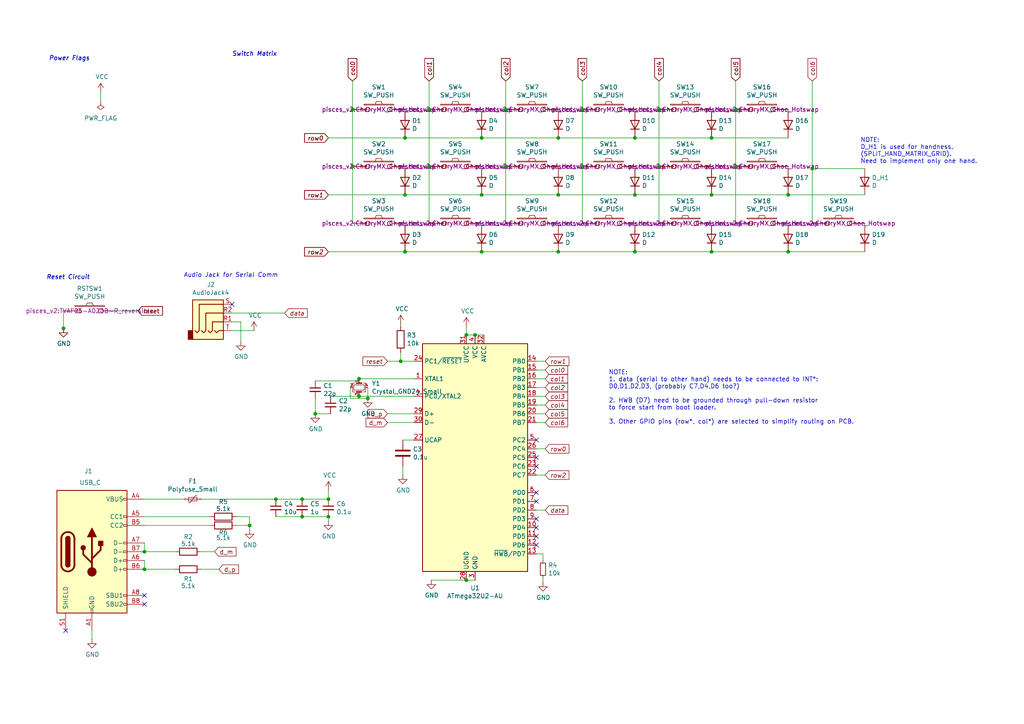
<source format=kicad_sch>
(kicad_sch (version 20231120) (generator "eeschema") (generator_version "8.0")
  (paper "A4")
  (title_block (title "Pisces") (rev "2.2"))
  (lib_symbols
    (symbol "Connector:USB_C_Receptacle_USB2.0_16P" (pin_names (offset 1.016))
      (property "Reference" "J" (at 0 22.225 0))
      (property "Value" "USB_C_Receptacle_USB2.0_16P" (at 0 19.685 0))
      (symbol "USB_C_Receptacle_USB2.0_16P_0_0"
        (rectangle (start -0.254 -17.78) (end 0.254 -16.764))
        (rectangle (start 10.16 -14.986) (end 9.144 -15.494))
        (rectangle (start 10.16 -12.446) (end 9.144 -12.954))
        (rectangle (start 10.16 -4.826) (end 9.144 -5.334))
        (rectangle (start 10.16 -2.286) (end 9.144 -2.794))
        (rectangle (start 10.16 0.254) (end 9.144 -0.254))
        (rectangle (start 10.16 2.794) (end 9.144 2.286))
        (rectangle (start 10.16 7.874) (end 9.144 7.366))
        (rectangle (start 10.16 10.414) (end 9.144 9.906))
        (rectangle (start 10.16 15.494) (end 9.144 14.986))
      )
      (symbol "USB_C_Receptacle_USB2.0_16P_0_1"
        (rectangle (start -10.16 17.78) (end 10.16 -17.78) (stroke (width 0.254)) (fill (type background)))
        (arc (start -8.89 -3.81) (mid -6.985 -5.7067) (end -5.08 -3.81) (stroke (width 0.508)))
        (arc (start -7.62 -3.81) (mid -6.985 -4.4423) (end -6.35 -3.81) (stroke (width 0.254)))
        (arc (start -7.62 -3.81) (mid -6.985 -4.4423) (end -6.35 -3.81) (stroke (width 0.254)) (fill (type outline)))
        (rectangle (start -7.62 -3.81) (end -6.35 3.81) (stroke (width 0.254)) (fill (type outline)))
        (arc (start -6.35 3.81) (mid -6.985 4.4423) (end -7.62 3.81) (stroke (width 0.254)))
        (arc (start -6.35 3.81) (mid -6.985 4.4423) (end -7.62 3.81) (stroke (width 0.254)) (fill (type outline)))
        (arc (start -5.08 3.81) (mid -6.985 5.7067) (end -8.89 3.81) (stroke (width 0.508)))
        (circle (center -2.54 1.143) (radius 0.635) (stroke (width 0.254)) (fill (type outline)))
        (circle (center 0 -5.842) (radius 1.27) (fill (type outline)))
        (polyline (pts (xy -8.89 -3.81) (xy -8.89 3.81)) (stroke (width 0.508)))
        (polyline (pts (xy -5.08 3.81) (xy -5.08 -3.81)) (stroke (width 0.508)))
        (polyline (pts (xy 0 -5.842) (xy 0 4.318)) (stroke (width 0.508)))
        (polyline (pts (xy 0 -3.302) (xy -2.54 -0.762) (xy -2.54 0.508)) (stroke (width 0.508)))
        (polyline (pts (xy 0 -2.032) (xy 2.54 0.508) (xy 2.54 1.778)) (stroke (width 0.508)))
        (polyline (pts (xy -1.27 4.318) (xy 0 6.858) (xy 1.27 4.318) (xy -1.27 4.318)) (stroke (width 0.254)) (fill (type outline)))
        (rectangle (start 1.905 1.778) (end 3.175 3.048) (stroke (width 0.254)) (fill (type outline)))
      )
      (symbol "USB_C_Receptacle_USB2.0_16P_1_1"
        (pin passive line (at 0 -22.86 90) (length 5.08) (name "GND") (number "A1"))
        (pin passive line (at 0 -22.86 90) (length 5.08) hide (name "GND") (number "A12"))
        (pin passive line (at 15.24 15.24 180) (length 5.08) (name "VBUS") (number "A4"))
        (pin bidirectional line (at 15.24 10.16 180) (length 5.08) (name "CC1") (number "A5"))
        (pin bidirectional line (at 15.24 -2.54 180) (length 5.08) (name "D+") (number "A6"))
        (pin bidirectional line (at 15.24 2.54 180) (length 5.08) (name "D-") (number "A7"))
        (pin bidirectional line (at 15.24 -12.7 180) (length 5.08) (name "SBU1") (number "A8"))
        (pin passive line (at 15.24 15.24 180) (length 5.08) hide (name "VBUS") (number "A9"))
        (pin passive line (at 0 -22.86 90) (length 5.08) hide (name "GND") (number "B1"))
        (pin passive line (at 0 -22.86 90) (length 5.08) hide (name "GND") (number "B12"))
        (pin passive line (at 15.24 15.24 180) (length 5.08) hide (name "VBUS") (number "B4"))
        (pin bidirectional line (at 15.24 7.62 180) (length 5.08) (name "CC2") (number "B5"))
        (pin bidirectional line (at 15.24 -5.08 180) (length 5.08) (name "D+") (number "B6"))
        (pin bidirectional line (at 15.24 0 180) (length 5.08) (name "D-") (number "B7"))
        (pin bidirectional line (at 15.24 -15.24 180) (length 5.08) (name "SBU2") (number "B8"))
        (pin passive line (at 15.24 15.24 180) (length 5.08) hide (name "VBUS") (number "B9"))
        (pin passive line (at -7.62 -22.86 90) (length 5.08) (name "SHIELD") (number "S1"))
      )
    )
    (symbol "Connector_Audio:AudioJack4"
      (property "Reference" "J" (at 0 8.89 0))
      (property "Value" "AudioJack4" (at 0 6.35 0))
      (symbol "AudioJack4_0_1"
        (rectangle (start -6.35 -5.08) (end -7.62 -7.62) (stroke (width 0.254)) (fill (type outline)))
        (polyline (pts (xy 0 -5.08) (xy 0.635 -5.715) (xy 1.27 -5.08) (xy 2.54 -5.08)) (stroke (width 0.254)))
        (polyline (pts (xy -5.715 -5.08) (xy -5.08 -5.715) (xy -4.445 -5.08) (xy -4.445 2.54) (xy 2.54 2.54)) (stroke (width 0.254)))
        (polyline (pts (xy -1.905 -5.08) (xy -1.27 -5.715) (xy -0.635 -5.08) (xy -0.635 -2.54) (xy 2.54 -2.54)) (stroke (width 0.254)))
        (polyline (pts (xy 2.54 0) (xy -2.54 0) (xy -2.54 -5.08) (xy -3.175 -5.715) (xy -3.81 -5.08)) (stroke (width 0.254)))
        (rectangle (start 2.54 3.81) (end -6.35 -7.62) (stroke (width 0.254)) (fill (type background)))
      )
      (symbol "AudioJack4_1_1"
        (pin passive line (at 5.08 -2.54 180) (length 2.54) (name "~") (number "R1"))
        (pin passive line (at 5.08 0 180) (length 2.54) (name "~") (number "R2"))
        (pin passive line (at 5.08 2.54 180) (length 2.54) (name "~") (number "S"))
        (pin passive line (at 5.08 -5.08 180) (length 2.54) (name "~") (number "T"))
      )
    )
    (symbol "Device:C" (pin_numbers hide) (pin_names (offset 0.254))
      (property "Reference" "C" (at 0.635 2.54 0))
      (property "Value" "C" (at 0.635 -2.54 0))
      (symbol "C_0_1"
        (polyline (pts (xy -2.032 -0.762) (xy 2.032 -0.762)) (stroke (width 0.508)))
        (polyline (pts (xy -2.032 0.762) (xy 2.032 0.762)) (stroke (width 0.508)))
      )
      (symbol "C_1_1"
        (pin passive line (at 0 3.81 270) (length 2.794) (name "~") (number "1"))
        (pin passive line (at 0 -3.81 90) (length 2.794) (name "~") (number "2"))
      )
    )
    (symbol "Device:C_Small" (pin_numbers hide) (pin_names (offset 0.254) hide)
      (property "Reference" "C" (at 0.254 1.778 0))
      (property "Value" "C_Small" (at 0.254 -2.032 0))
      (symbol "C_Small_0_1"
        (polyline (pts (xy -1.524 -0.508) (xy 1.524 -0.508)) (stroke (width 0.3302)))
        (polyline (pts (xy -1.524 0.508) (xy 1.524 0.508)) (stroke (width 0.3048)))
      )
      (symbol "C_Small_1_1"
        (pin passive line (at 0 2.54 270) (length 2.032) (name "~") (number "1"))
        (pin passive line (at 0 -2.54 90) (length 2.032) (name "~") (number "2"))
      )
    )
    (symbol "Device:Crystal_GND24_Small" (pin_names (offset 1.016) hide)
      (property "Reference" "Y" (at 1.27 4.445 0))
      (property "Value" "Crystal_GND24_Small" (at 1.27 2.54 0))
      (symbol "Crystal_GND24_Small_0_1"
        (rectangle (start -0.762 -1.524) (end 0.762 1.524))
        (polyline (pts (xy -1.27 -0.762) (xy -1.27 0.762)) (stroke (width 0.381)))
        (polyline (pts (xy 1.27 -0.762) (xy 1.27 0.762)) (stroke (width 0.381)))
        (polyline (pts (xy -1.27 -1.27) (xy -1.27 -1.905) (xy 1.27 -1.905) (xy 1.27 -1.27)))
        (polyline (pts (xy -1.27 1.27) (xy -1.27 1.905) (xy 1.27 1.905) (xy 1.27 1.27)))
      )
      (symbol "Crystal_GND24_Small_1_1"
        (pin passive line (at -2.54 0 0) (length 1.27) (name "1") (number "1"))
        (pin passive line (at 0 -2.54 90) (length 0.635) (name "2") (number "2"))
        (pin passive line (at 2.54 0 180) (length 1.27) (name "3") (number "3"))
        (pin passive line (at 0 2.54 270) (length 0.635) (name "4") (number "4"))
      )
    )
    (symbol "Device:D" (pin_numbers hide) (pin_names (offset 1.016) hide)
      (property "Reference" "D" (at 0 2.54 0))
      (property "Value" "D" (at 0 -2.54 0))
      (symbol "D_0_1"
        (polyline (pts (xy -1.27 1.27) (xy -1.27 -1.27)) (stroke (width 0.254)))
        (polyline (pts (xy 1.27 0) (xy -1.27 0)))
        (polyline (pts (xy 1.27 1.27) (xy 1.27 -1.27) (xy -1.27 0) (xy 1.27 1.27)) (stroke (width 0.254)))
      )
      (symbol "D_1_1"
        (pin passive line (at -3.81 0 0) (length 2.54) (name "K") (number "1"))
        (pin passive line (at 3.81 0 180) (length 2.54) (name "A") (number "2"))
      )
    )
    (symbol "Device:Polyfuse_Small" (pin_numbers hide) (pin_names (offset 0))
      (property "Reference" "F" (at -1.905 0 90))
      (property "Value" "Polyfuse_Small" (at 1.905 0 90))
      (symbol "Polyfuse_Small_0_1"
        (rectangle (start -0.508 1.27) (end 0.508 -1.27))
        (polyline (pts (xy 0 2.54) (xy 0 -2.54)))
        (polyline (pts (xy -1.016 1.27) (xy -1.016 0.762) (xy 1.016 -0.762) (xy 1.016 -1.27)))
      )
      (symbol "Polyfuse_Small_1_1"
        (pin passive line (at 0 2.54 270) (length 0.635) (name "~") (number "1"))
        (pin passive line (at 0 -2.54 90) (length 0.635) (name "~") (number "2"))
      )
    )
    (symbol "Device:R" (pin_numbers hide) (pin_names (offset 0))
      (property "Reference" "R" (at 2.032 0 90))
      (property "Value" "R" (at 0 0 90))
      (symbol "R_0_1"
        (rectangle (start -1.016 -2.54) (end 1.016 2.54) (stroke (width 0.254)))
      )
      (symbol "R_1_1"
        (pin passive line (at 0 3.81 270) (length 1.27) (name "~") (number "1"))
        (pin passive line (at 0 -3.81 90) (length 1.27) (name "~") (number "2"))
      )
    )
    (symbol "Device:R_Small" (pin_numbers hide) (pin_names (offset 0.254) hide)
      (property "Reference" "R" (at 0.762 0.508 0))
      (property "Value" "R_Small" (at 0.762 -1.016 0))
      (symbol "R_Small_0_1"
        (rectangle (start -0.762 1.778) (end 0.762 -1.778) (stroke (width 0.2032)))
      )
      (symbol "R_Small_1_1"
        (pin passive line (at 0 2.54 270) (length 0.762) (name "~") (number "1"))
        (pin passive line (at 0 -2.54 90) (length 0.762) (name "~") (number "2"))
      )
    )
    (symbol "MCU_Microchip_ATmega:ATmega32U2-A"
      (property "Reference" "U" (at -15.24 34.29 0))
      (property "Value" "ATmega32U2-A" (at 2.54 -34.29 0))
      (symbol "ATmega32U2-A_0_1"
        (rectangle (start -15.24 -33.02) (end 15.24 33.02) (stroke (width 0.254)) (fill (type background)))
      )
      (symbol "ATmega32U2-A_1_1"
        (pin input line (at -17.78 22.86 0) (length 2.54) (name "XTAL1") (number "1"))
        (pin bidirectional line (at 17.78 -20.32 180) (length 2.54) (name "PD4") (number "10"))
        (pin bidirectional line (at 17.78 -22.86 180) (length 2.54) (name "PD5") (number "11"))
        (pin bidirectional line (at 17.78 -25.4 180) (length 2.54) (name "PD6") (number "12"))
        (pin bidirectional line (at 17.78 -27.94 180) (length 2.54) (name "~{HWB}/PD7") (number "13"))
        (pin bidirectional line (at 17.78 27.94 180) (length 2.54) (name "PB0") (number "14"))
        (pin bidirectional line (at 17.78 25.4 180) (length 2.54) (name "PB1") (number "15"))
        (pin bidirectional line (at 17.78 22.86 180) (length 2.54) (name "PB2") (number "16"))
        (pin bidirectional line (at 17.78 20.32 180) (length 2.54) (name "PB3") (number "17"))
        (pin bidirectional line (at 17.78 17.78 180) (length 2.54) (name "PB4") (number "18"))
        (pin bidirectional line (at 17.78 15.24 180) (length 2.54) (name "PB5") (number "19"))
        (pin bidirectional line (at -17.78 17.78 0) (length 2.54) (name "PC0/XTAL2") (number "2"))
        (pin bidirectional line (at 17.78 12.7 180) (length 2.54) (name "PB6") (number "20"))
        (pin bidirectional line (at 17.78 10.16 180) (length 2.54) (name "PB7") (number "21"))
        (pin bidirectional line (at 17.78 -5.08 180) (length 2.54) (name "PC7") (number "22"))
        (pin bidirectional line (at 17.78 -2.54 180) (length 2.54) (name "PC6") (number "23"))
        (pin bidirectional line (at -17.78 27.94 0) (length 2.54) (name "PC1/~{RESET}") (number "24"))
        (pin bidirectional line (at 17.78 0 180) (length 2.54) (name "PC5") (number "25"))
        (pin bidirectional line (at 17.78 2.54 180) (length 2.54) (name "PC4") (number "26"))
        (pin passive line (at -17.78 5.08 0) (length 2.54) (name "UCAP") (number "27"))
        (pin power_in line (at -2.54 -35.56 90) (length 2.54) (name "UGND") (number "28"))
        (pin bidirectional line (at -17.78 12.7 0) (length 2.54) (name "D+") (number "29"))
        (pin power_in line (at 0 -35.56 90) (length 2.54) (name "GND") (number "3"))
        (pin bidirectional line (at -17.78 10.16 0) (length 2.54) (name "D-") (number "30"))
        (pin power_in line (at -2.54 35.56 270) (length 2.54) (name "UVCC") (number "31"))
        (pin power_in line (at 2.54 35.56 270) (length 2.54) (name "AVCC") (number "32"))
        (pin power_in line (at 0 35.56 270) (length 2.54) (name "VCC") (number "4"))
        (pin bidirectional line (at 17.78 5.08 180) (length 2.54) (name "PC2") (number "5"))
        (pin bidirectional line (at 17.78 -10.16 180) (length 2.54) (name "PD0") (number "6"))
        (pin bidirectional line (at 17.78 -12.7 180) (length 2.54) (name "PD1") (number "7"))
        (pin bidirectional line (at 17.78 -15.24 180) (length 2.54) (name "PD2") (number "8"))
        (pin bidirectional line (at 17.78 -17.78 180) (length 2.54) (name "PD3") (number "9"))
      )
    )
    (symbol "kbd:SW_PUSH" (pin_numbers hide) (pin_names (offset 1.016) hide)
      (property "Reference" "SW" (at 3.81 2.794 0))
      (property "Value" "SW_PUSH" (at 0 -2.032 0))
      (symbol "SW_PUSH_0_1"
        (rectangle (start -4.318 1.27) (end 4.318 1.524))
        (polyline (pts (xy -1.016 1.524) (xy -0.762 2.286) (xy 0.762 2.286) (xy 1.016 1.524)))
        (pin passive inverted (at -7.62 0 0) (length 5.08) (name "1") (number "1"))
        (pin passive inverted (at 7.62 0 180) (length 5.08) (name "2") (number "2"))
      )
    )
    (symbol "power:GND" (power) (pin_numbers hide) (pin_names (offset 0) hide)
      (property "Value" "GND" (at 0 -3.81 0))
      (symbol "GND_0_1"
        (polyline (pts (xy 0 0) (xy 0 -1.27) (xy 1.27 -1.27) (xy 0 -2.54) (xy -1.27 -1.27) (xy 0 -1.27)))
      )
      (symbol "GND_1_1"
        (pin power_in line (at 0 0 270) (length 0) (name "~") (number "1"))
      )
    )
    (symbol "power:PWR_FLAG" (power) (pin_numbers hide) (pin_names (offset 0) hide)
      (property "Value" "PWR_FLAG" (at 0 3.81 0))
      (symbol "PWR_FLAG_0_0"
        (pin power_out line (at 0 0 90) (length 0) (name "~") (number "1"))
      )
      (symbol "PWR_FLAG_0_1"
        (polyline (pts (xy 0 0) (xy 0 1.27) (xy -1.016 1.905) (xy 0 2.54) (xy 1.016 1.905) (xy 0 1.27)))
      )
    )
    (symbol "power:VCC" (power) (pin_numbers hide) (pin_names (offset 0) hide)
      (property "Value" "VCC" (at 0 3.556 0))
      (symbol "VCC_0_1"
        (polyline (pts (xy -0.762 1.27) (xy 0 2.54)))
        (polyline (pts (xy 0 0) (xy 0 2.54)))
        (polyline (pts (xy 0 2.54) (xy 0.762 1.27)))
      )
      (symbol "VCC_1_1"
        (pin power_in line (at 0 0 90) (length 0) (name "~") (number "1"))
      )
    )
  )
  (junction (at 135.255 168.275))
  (junction (at 102.235 31.75))
  (junction (at 104.14 109.855))
  (junction (at 213.36 48.26))
  (junction (at 72.39 152.4))
  (junction (at 139.7 56.515))
  (junction (at 161.925 56.515))
  (junction (at 117.475 56.515))
  (junction (at 102.235 48.26))
  (junction (at 18.415 95.25))
  (junction (at 106.68 115.57))
  (junction (at 135.255 97.155))
  (junction (at 80.01 144.78))
  (junction (at 191.135 31.75))
  (junction (at 191.135 48.26))
  (junction (at 91.44 120.015))
  (junction (at 228.6 56.515))
  (junction (at 124.46 48.26))
  (junction (at 184.15 56.515))
  (junction (at 206.375 40.005))
  (junction (at 184.15 73.025))
  (junction (at 168.91 31.75))
  (junction (at 161.925 40.005))
  (junction (at 139.7 40.005))
  (junction (at 95.25 144.78))
  (junction (at 235.585 48.895))
  (junction (at 146.685 31.75))
  (junction (at 117.475 40.005))
  (junction (at 87.63 144.78))
  (junction (at 117.475 73.025))
  (junction (at 95.25 149.86))
  (junction (at 213.36 31.75))
  (junction (at 104.14 114.935))
  (junction (at 206.375 56.515))
  (junction (at 161.925 73.025))
  (junction (at 41.91 160.02))
  (junction (at 87.63 149.86))
  (junction (at 168.91 48.26))
  (junction (at 146.685 48.26))
  (junction (at 139.7 73.025))
  (junction (at 116.205 104.775))
  (junction (at 206.375 73.025))
  (junction (at 137.795 97.155))
  (junction (at 228.6 73.025))
  (junction (at 184.15 40.005))
  (junction (at 124.46 31.75))
  (junction (at 41.91 165.1))
  (no_connect (at 155.575 145.415))
  (no_connect (at 155.575 127.635))
  (no_connect (at 155.575 150.495))
  (no_connect (at 19.05 182.88))
  (no_connect (at 41.91 172.72))
  (no_connect (at 155.575 132.715))
  (no_connect (at 155.575 155.575))
  (no_connect (at 41.91 175.26))
  (no_connect (at 155.575 135.255))
  (no_connect (at 67.31 88.265))
  (no_connect (at 155.575 158.115))
  (no_connect (at 155.575 153.035))
  (no_connect (at 155.575 142.875))
  (wire (pts (xy 228.6 73.025) (xy 250.825 73.025)))
  (wire (pts (xy 41.91 162.56) (xy 41.91 165.1)))
  (wire (pts (xy 117.475 40.005) (xy 139.7 40.005)))
  (wire (pts (xy 168.91 48.26) (xy 168.91 64.77)))
  (wire (pts (xy 95.25 151.13) (xy 95.25 149.86)))
  (wire (pts (xy 95.25 142.24) (xy 95.25 144.78)))
  (wire (pts (xy 184.15 40.005) (xy 206.375 40.005)))
  (wire (pts (xy 155.575 147.955) (xy 158.115 147.955)))
  (wire (pts (xy 117.475 48.26) (xy 117.475 48.895)))
  (wire (pts (xy 72.39 152.4) (xy 72.39 153.67)))
  (wire (pts (xy 117.475 64.77) (xy 117.475 65.405)))
  (wire (pts (xy 184.15 73.025) (xy 161.925 73.025)))
  (wire (pts (xy 87.63 149.86) (xy 95.25 149.86)))
  (wire (pts (xy 67.31 90.805) (xy 82.55 90.805)))
  (wire (pts (xy 146.685 31.75) (xy 146.685 48.26)))
  (wire (pts (xy 213.36 23.495) (xy 213.36 31.75)))
  (wire (pts (xy 155.575 117.475) (xy 158.115 117.475)))
  (wire (pts (xy 69.85 93.345) (xy 69.85 99.06)))
  (wire (pts (xy 104.14 114.935) (xy 120.015 114.935)))
  (wire (pts (xy 135.255 97.155) (xy 137.795 97.155)))
  (wire (pts (xy 191.135 31.75) (xy 191.135 48.26)))
  (wire (pts (xy 58.42 160.02) (xy 62.23 160.02)))
  (wire (pts (xy 161.925 31.75) (xy 161.925 32.385)))
  (wire (pts (xy 117.475 31.75) (xy 117.475 32.385)))
  (wire (pts (xy 155.575 120.015) (xy 158.115 120.015)))
  (wire (pts (xy 206.375 73.025) (xy 184.15 73.025)))
  (wire (pts (xy 161.925 73.025) (xy 139.7 73.025)))
  (wire (pts (xy 139.7 64.77) (xy 139.7 65.405)))
  (wire (pts (xy 161.925 64.77) (xy 161.925 65.405)))
  (wire (pts (xy 206.375 40.005) (xy 228.6 40.005)))
  (wire (pts (xy 72.39 149.86) (xy 72.39 152.4)))
  (wire (pts (xy 184.15 48.26) (xy 184.15 48.895)))
  (wire (pts (xy 250.825 64.77) (xy 250.825 65.405)))
  (wire (pts (xy 235.585 48.895) (xy 235.585 64.77)))
  (wire (pts (xy 67.31 93.345) (xy 69.85 93.345)))
  (wire (pts (xy 155.575 114.935) (xy 158.115 114.935)))
  (wire (pts (xy 102.235 48.26) (xy 102.235 64.77)))
  (wire (pts (xy 124.46 48.26) (xy 124.46 64.77)))
  (wire (pts (xy 116.84 137.795) (xy 116.84 135.255)))
  (wire (pts (xy 228.6 31.75) (xy 228.6 32.385)))
  (wire (pts (xy 146.685 23.495) (xy 146.685 31.75)))
  (wire (pts (xy 68.58 152.4) (xy 72.39 152.4)))
  (wire (pts (xy 235.585 23.495) (xy 235.585 48.895)))
  (wire (pts (xy 228.6 48.26) (xy 228.6 48.895)))
  (wire (pts (xy 106.68 115.57) (xy 101.6 115.57)))
  (wire (pts (xy 41.91 149.86) (xy 60.96 149.86)))
  (wire (pts (xy 58.42 144.78) (xy 80.01 144.78)))
  (wire (pts (xy 80.01 149.86) (xy 87.63 149.86)))
  (wire (pts (xy 213.36 48.26) (xy 213.36 64.77)))
  (wire (pts (xy 250.825 48.895) (xy 235.585 48.895)))
  (wire (pts (xy 168.91 31.75) (xy 168.91 48.26)))
  (wire (pts (xy 155.575 104.775) (xy 158.115 104.775)))
  (wire (pts (xy 26.67 182.88) (xy 26.67 185.42)))
  (wire (pts (xy 157.48 160.655) (xy 157.48 162.56)))
  (wire (pts (xy 161.925 56.515) (xy 184.15 56.515)))
  (wire (pts (xy 41.91 152.4) (xy 60.96 152.4)))
  (wire (pts (xy 41.91 160.02) (xy 50.8 160.02)))
  (wire (pts (xy 184.15 64.77) (xy 184.15 65.405)))
  (wire (pts (xy 102.235 31.75) (xy 102.235 48.26)))
  (wire (pts (xy 95.25 73.025) (xy 117.475 73.025)))
  (wire (pts (xy 139.7 56.515) (xy 161.925 56.515)))
  (wire (pts (xy 206.375 56.515) (xy 228.6 56.515)))
  (wire (pts (xy 161.925 40.005) (xy 184.15 40.005)))
  (wire (pts (xy 155.575 160.655) (xy 157.48 160.655)))
  (wire (pts (xy 80.01 144.78) (xy 87.63 144.78)))
  (wire (pts (xy 41.91 144.78) (xy 53.34 144.78)))
  (wire (pts (xy 161.925 48.26) (xy 161.925 48.895)))
  (wire (pts (xy 228.6 73.025) (xy 206.375 73.025)))
  (wire (pts (xy 116.205 93.98) (xy 116.205 94.615)))
  (wire (pts (xy 228.6 64.77) (xy 228.6 65.405)))
  (wire (pts (xy 95.25 56.515) (xy 117.475 56.515)))
  (wire (pts (xy 191.135 23.495) (xy 191.135 31.75)))
  (wire (pts (xy 206.375 48.26) (xy 206.375 48.895)))
  (wire (pts (xy 112.395 104.775) (xy 116.205 104.775)))
  (wire (pts (xy 124.46 23.495) (xy 124.46 31.75)))
  (wire (pts (xy 29.21 26.67) (xy 29.21 29.21)))
  (wire (pts (xy 91.44 120.015) (xy 91.44 115.57)))
  (wire (pts (xy 116.84 127.635) (xy 120.015 127.635)))
  (wire (pts (xy 228.6 56.515) (xy 250.825 56.515)))
  (wire (pts (xy 137.795 97.155) (xy 140.335 97.155)))
  (wire (pts (xy 95.885 114.935) (xy 104.14 114.935)))
  (wire (pts (xy 155.575 137.795) (xy 158.115 137.795)))
  (wire (pts (xy 91.44 120.015) (xy 95.885 120.015)))
  (wire (pts (xy 112.395 122.555) (xy 120.015 122.555)))
  (wire (pts (xy 139.7 48.26) (xy 139.7 48.895)))
  (wire (pts (xy 155.575 107.315) (xy 158.115 107.315)))
  (wire (pts (xy 135.255 168.275) (xy 137.795 168.275)))
  (wire (pts (xy 102.235 23.495) (xy 102.235 31.75)))
  (wire (pts (xy 18.415 90.17) (xy 18.415 95.25)))
  (wire (pts (xy 116.205 102.235) (xy 116.205 104.775)))
  (wire (pts (xy 117.475 56.515) (xy 139.7 56.515)))
  (wire (pts (xy 33.655 90.17) (xy 40.005 90.17)))
  (wire (pts (xy 191.135 48.26) (xy 191.135 64.77)))
  (wire (pts (xy 104.14 110.49) (xy 104.14 109.855)))
  (wire (pts (xy 58.42 165.1) (xy 63.5 165.1)))
  (wire (pts (xy 213.36 31.75) (xy 213.36 48.26)))
  (wire (pts (xy 206.375 64.77) (xy 206.375 65.405)))
  (wire (pts (xy 184.15 31.75) (xy 184.15 32.385)))
  (wire (pts (xy 68.58 149.86) (xy 72.39 149.86)))
  (wire (pts (xy 155.575 130.175) (xy 158.115 130.175)))
  (wire (pts (xy 155.575 122.555) (xy 158.115 122.555)))
  (wire (pts (xy 91.44 110.49) (xy 104.14 110.49)))
  (wire (pts (xy 139.7 40.005) (xy 161.925 40.005)))
  (wire (pts (xy 135.255 94.615) (xy 135.255 97.155)))
  (wire (pts (xy 101.6 115.57) (xy 101.6 112.395)))
  (wire (pts (xy 87.63 144.78) (xy 95.25 144.78)))
  (wire (pts (xy 95.25 40.005) (xy 117.475 40.005)))
  (wire (pts (xy 184.15 56.515) (xy 206.375 56.515)))
  (wire (pts (xy 139.7 31.75) (xy 139.7 32.385)))
  (wire (pts (xy 112.395 120.015) (xy 120.015 120.015)))
  (wire (pts (xy 67.31 95.885) (xy 73.66 95.885)))
  (wire (pts (xy 124.46 31.75) (xy 124.46 48.26)))
  (wire (pts (xy 41.91 157.48) (xy 41.91 160.02)))
  (wire (pts (xy 125.095 168.275) (xy 135.255 168.275)))
  (wire (pts (xy 206.375 31.75) (xy 206.375 32.385)))
  (wire (pts (xy 106.68 112.395) (xy 106.68 115.57)))
  (wire (pts (xy 41.91 165.1) (xy 50.8 165.1)))
  (wire (pts (xy 146.685 48.26) (xy 146.685 64.77)))
  (wire (pts (xy 117.475 73.025) (xy 139.7 73.025)))
  (wire (pts (xy 157.48 167.64) (xy 157.48 168.91)))
  (wire (pts (xy 155.575 112.395) (xy 158.115 112.395)))
  (wire (pts (xy 104.14 109.855) (xy 120.015 109.855)))
  (wire (pts (xy 116.205 104.775) (xy 120.015 104.775)))
  (wire (pts (xy 168.91 23.495) (xy 168.91 31.75)))
  (wire (pts (xy 155.575 109.855) (xy 158.115 109.855)))
  (text "Audio Jack for Serial Comm" (at 80.645 80.645 0) (effects (font (size 1.27 1.27) (italic yes)) (justify right bottom)))
  (text "Power Flags" (at 26.035 17.78 0) (effects (font (size 1.27 1.27) (italic yes)) (justify right bottom)))
  (text "Switch Matrix" (at 67.31 16.51 0) (effects (font (size 1.27 1.27) (italic yes)) (justify left bottom)))
  (text "Power Flags" (at 26.035 17.78 0) (effects (font (size 1.27 1.27) (italic yes)) (justify right bottom)))
  (text "Reset Circuit" (at 26.035 81.28 0) (effects (font (size 1.27 1.27) (italic yes)) (justify right bottom)))
  (text "Switch Matrix" (at 67.31 16.51 0) (effects (font (size 1.27 1.27) (italic yes)) (justify left bottom)))
  (text "NOTE:\nD_H1 is used for handness.\n(SPLIT_HAND_MATRIX_GRID).\nNeed to implement only one hand." (at 249.555 47.625 0) (effects (font (size 1.27 1.27)) (justify left bottom)))
  (text "NOTE:\n1. data (serial to other hand) needs to be connected to INT*:\nD0,D1,D2,D3, (probably C7,D4,D6 too?)\n\n2. HWB (D7) need to be grounded through pull-down resistor\nto force start from boot loader.\n\n3. Other GPIO pins (row*, col*) are selected to simplify routing on PCB." (at 176.53 123.19 0) (effects (font (size 1.27 1.27)) (justify left bottom)))
  (text "Reset Circuit" (at 26.035 81.28 0) (effects (font (size 1.27 1.27) (italic yes)) (justify right bottom)))
  (global_label "col3" (shape input) (at 168.91 23.495 90) (effects (font (italic yes))) (property "Intersheetrefs" "${INTERSHEET_REFS}" (effects (hide yes))))
  (global_label "row2" (shape input) (at 95.25 73.025 180) (effects (font (italic yes))) (property "Intersheetrefs" "${INTERSHEET_REFS}" (effects (hide yes))))
  (global_label "col6" (shape input) (at 158.115 122.555 0) (effects (font (italic yes))) (property "Intersheetrefs" "${INTERSHEET_REFS}" (effects (hide yes))))
  (global_label "col3" (shape input) (at 168.91 23.495 90) (effects (font (italic yes))) (property "Intersheetrefs" "${INTERSHEET_REFS}" (effects (hide yes))))
  (global_label "reset" (shape input) (at 40.005 90.17 0) (property "Intersheetrefs" "${INTERSHEET_REFS}" (effects (hide yes))))
  (global_label "col5" (shape input) (at 158.115 120.015 0) (effects (font (italic yes))) (property "Intersheetrefs" "${INTERSHEET_REFS}" (effects (hide yes))))
  (global_label "col5" (shape input) (at 213.36 23.495 90) (effects (font (italic yes))) (property "Intersheetrefs" "${INTERSHEET_REFS}" (effects (hide yes))))
  (global_label "col4" (shape input) (at 191.135 23.495 90) (effects (font (italic yes))) (property "Intersheetrefs" "${INTERSHEET_REFS}" (effects (hide yes))))
  (global_label "col4" (shape input) (at 191.135 23.495 90) (effects (font (italic yes))) (property "Intersheetrefs" "${INTERSHEET_REFS}" (effects (hide yes))))
  (global_label "row0" (shape input) (at 158.115 130.175 0) (effects (font (italic yes))) (property "Intersheetrefs" "${INTERSHEET_REFS}" (effects (hide yes))))
  (global_label "row2" (shape input) (at 95.25 73.025 180) (effects (font (italic yes))) (property "Intersheetrefs" "${INTERSHEET_REFS}" (effects (hide yes))))
  (global_label "col1" (shape input) (at 124.46 23.495 90) (effects (font (italic yes))) (property "Intersheetrefs" "${INTERSHEET_REFS}" (effects (hide yes))))
  (global_label "col3" (shape input) (at 158.115 114.935 0) (effects (font (italic yes))) (property "Intersheetrefs" "${INTERSHEET_REFS}" (effects (hide yes))))
  (global_label "col5" (shape input) (at 213.36 23.495 90) (effects (font (italic yes))) (property "Intersheetrefs" "${INTERSHEET_REFS}" (effects (hide yes))))
  (global_label "col2" (shape input) (at 158.115 112.395 0) (effects (font (italic yes))) (property "Intersheetrefs" "${INTERSHEET_REFS}" (effects (hide yes))))
  (global_label "col1" (shape input) (at 158.115 109.855 0) (effects (font (italic yes))) (property "Intersheetrefs" "${INTERSHEET_REFS}" (effects (hide yes))))
  (global_label "col1" (shape input) (at 124.46 23.495 90) (effects (font (italic yes))) (property "Intersheetrefs" "${INTERSHEET_REFS}" (effects (hide yes))))
  (global_label "reset" (shape input) (at 112.395 104.775 180) (effects (font (italic yes))) (property "Intersheetrefs" "${INTERSHEET_REFS}" (effects (hide yes))))
  (global_label "d_p" (shape input) (at 112.395 120.015 180) (property "Intersheetrefs" "${INTERSHEET_REFS}" (effects (hide yes))))
  (global_label "row2" (shape input) (at 158.115 137.795 0) (effects (font (italic yes))) (property "Intersheetrefs" "${INTERSHEET_REFS}" (effects (hide yes))))
  (global_label "col6" (shape input) (at 235.585 23.495 90) (effects (font (italic yes))) (property "Intersheetrefs" "${INTERSHEET_REFS}" (effects (hide yes))))
  (global_label "col0" (shape input) (at 158.115 107.315 0) (effects (font (italic yes))) (property "Intersheetrefs" "${INTERSHEET_REFS}" (effects (hide yes))))
  (global_label "row1" (shape input) (at 95.25 56.515 180) (effects (font (italic yes))) (property "Intersheetrefs" "${INTERSHEET_REFS}" (effects (hide yes))))
  (global_label "d_m" (shape input) (at 62.23 160.02 0) (property "Intersheetrefs" "${INTERSHEET_REFS}" (effects (hide yes))))
  (global_label "data" (shape input) (at 82.55 90.805 0) (effects (font (italic yes))) (property "Intersheetrefs" "${INTERSHEET_REFS}" (effects (hide yes))))
  (global_label "row0" (shape input) (at 95.25 40.005 180) (effects (font (italic yes))) (property "Intersheetrefs" "${INTERSHEET_REFS}" (effects (hide yes))))
  (global_label "col0" (shape input) (at 102.235 23.495 90) (effects (font (italic yes))) (property "Intersheetrefs" "${INTERSHEET_REFS}" (effects (hide yes))))
  (global_label "col2" (shape input) (at 146.685 23.495 90) (effects (font (italic yes))) (property "Intersheetrefs" "${INTERSHEET_REFS}" (effects (hide yes))))
  (global_label "row1" (shape input) (at 95.25 56.515 180) (effects (font (italic yes))) (property "Intersheetrefs" "${INTERSHEET_REFS}" (effects (hide yes))))
  (global_label "d_p" (shape input) (at 63.5 165.1 0) (property "Intersheetrefs" "${INTERSHEET_REFS}" (effects (hide yes))))
  (global_label "reset" (shape input) (at 40.005 90.17 0) (property "Intersheetrefs" "${INTERSHEET_REFS}" (effects (hide yes))))
  (global_label "row0" (shape input) (at 95.25 40.005 180) (effects (font (italic yes))) (property "Intersheetrefs" "${INTERSHEET_REFS}" (effects (hide yes))))
  (global_label "row1" (shape input) (at 158.115 104.775 0) (effects (font (italic yes))) (property "Intersheetrefs" "${INTERSHEET_REFS}" (effects (hide yes))))
  (global_label "d_m" (shape input) (at 112.395 122.555 180) (property "Intersheetrefs" "${INTERSHEET_REFS}" (effects (hide yes))))
  (global_label "col2" (shape input) (at 146.685 23.495 90) (effects (font (italic yes))) (property "Intersheetrefs" "${INTERSHEET_REFS}" (effects (hide yes))))
  (global_label "data" (shape input) (at 158.115 147.955 0) (effects (font (italic yes))) (property "Intersheetrefs" "${INTERSHEET_REFS}" (effects (hide yes))))
  (global_label "col4" (shape input) (at 158.115 117.475 0) (effects (font (italic yes))) (property "Intersheetrefs" "${INTERSHEET_REFS}" (effects (hide yes))))
  (global_label "col0" (shape input) (at 102.235 23.495 90) (effects (font (italic yes))) (property "Intersheetrefs" "${INTERSHEET_REFS}" (effects (hide yes))))
  (symbol (lib_id "kbd:SW_PUSH") (at 26.035 90.17 0) (unit 1)
    (property "Reference" "RSTSW1" (at 26.035 83.693 0))
    (property "Value" "SW_PUSH" (at 26.035 86.0044 0))
    (property "Footprint" "pisces_v2:TVAF06-A020B-R_reversible" (at 26.035 90.17 0))
  )
  (symbol (lib_id "power:GND") (at 18.415 95.25 0) (unit 1)
    (property "Reference" "#PWR0109" (effects (hide yes)))
    (property "Value" "GND" (at 18.542 99.6442 0))
    (property "Description" "Power symbol creates a global label with name \"GND\" , ground" (effects (hide yes)))
  )
  (symbol (lib_id "kbd:SW_PUSH") (at 109.855 48.26 0) (unit 1)
    (property "Reference" "SW2" (at 109.855 41.783 0))
    (property "Value" "SW_PUSH" (at 109.855 44.0944 0))
    (property "Footprint" "pisces_v2:CherryMX_Choc_Hotswap" (at 109.855 48.26 0))
  )
  (symbol (lib_id "kbd:SW_PUSH") (at 132.08 31.75 0) (unit 1)
    (property "Reference" "SW4" (at 132.08 25.273 0))
    (property "Value" "SW_PUSH" (at 132.08 27.5844 0))
    (property "Footprint" "pisces_v2:CherryMX_Choc_Hotswap" (at 132.08 31.75 0))
  )
  (symbol (lib_id "Device:D") (at 139.7 36.195 90) (unit 1)
    (property "Reference" "D4" (at 141.732 35.0266 90) (effects (justify right)))
    (property "Value" "D" (at 141.732 37.338 90) (effects (justify right)))
    (property "Footprint" "pisces_v2:D3_SMD" (effects (hide yes)))
    (property "Sim.Device" "D" (effects (hide yes)))
    (property "Sim.Pins" "1=K 2=A" (effects (hide yes)))
  )
  (symbol (lib_id "kbd:SW_PUSH") (at 132.08 48.26 0) (unit 1)
    (property "Reference" "SW5" (at 132.08 41.783 0))
    (property "Value" "SW_PUSH" (at 132.08 44.0944 0))
    (property "Footprint" "pisces_v2:CherryMX_Choc_Hotswap" (at 132.08 48.26 0))
  )
  (symbol (lib_id "Device:D") (at 139.7 52.705 90) (unit 1)
    (property "Reference" "D5" (at 141.732 51.5366 90) (effects (justify right)))
    (property "Value" "D" (at 141.732 53.848 90) (effects (justify right)))
    (property "Footprint" "pisces_v2:D3_SMD" (effects (hide yes)))
    (property "Sim.Device" "D" (effects (hide yes)))
    (property "Sim.Pins" "1=K 2=A" (effects (hide yes)))
  )
  (symbol (lib_id "kbd:SW_PUSH") (at 132.08 64.77 0) (unit 1)
    (property "Reference" "SW6" (at 132.08 58.293 0))
    (property "Value" "SW_PUSH" (at 132.08 60.6044 0))
    (property "Footprint" "pisces_v2:CherryMX_Choc_Hotswap" (at 132.08 64.77 0))
  )
  (symbol (lib_id "Device:D") (at 139.7 69.215 90) (unit 1)
    (property "Reference" "D6" (at 141.732 68.0466 90) (effects (justify right)))
    (property "Value" "D" (at 141.732 70.358 90) (effects (justify right)))
    (property "Footprint" "pisces_v2:D3_SMD" (effects (hide yes)))
    (property "Sim.Device" "D" (effects (hide yes)))
    (property "Sim.Pins" "1=K 2=A" (effects (hide yes)))
  )
  (symbol (lib_id "Device:D") (at 161.925 69.215 90) (unit 1)
    (property "Reference" "D9" (at 163.957 68.0466 90) (effects (justify right)))
    (property "Value" "D" (at 163.957 70.358 90) (effects (justify right)))
    (property "Footprint" "pisces_v2:D3_SMD" (effects (hide yes)))
    (property "Sim.Device" "D" (effects (hide yes)))
    (property "Sim.Pins" "1=K 2=A" (effects (hide yes)))
  )
  (symbol (lib_id "kbd:SW_PUSH") (at 198.755 31.75 0) (unit 1)
    (property "Reference" "SW13" (at 198.755 25.273 0))
    (property "Value" "SW_PUSH" (at 198.755 27.5844 0))
    (property "Footprint" "pisces_v2:CherryMX_Choc_Hotswap" (at 198.755 31.75 0))
  )
  (symbol (lib_id "Device:D") (at 206.375 36.195 90) (unit 1)
    (property "Reference" "D13" (at 208.407 35.0266 90) (effects (justify right)))
    (property "Value" "D" (at 208.407 37.338 90) (effects (justify right)))
    (property "Footprint" "pisces_v2:D3_SMD" (effects (hide yes)))
    (property "Sim.Device" "D" (effects (hide yes)))
    (property "Sim.Pins" "1=K 2=A" (effects (hide yes)))
  )
  (symbol (lib_id "kbd:SW_PUSH") (at 198.755 48.26 0) (unit 1)
    (property "Reference" "SW14" (at 198.755 41.783 0))
    (property "Value" "SW_PUSH" (at 198.755 44.0944 0))
    (property "Footprint" "pisces_v2:CherryMX_Choc_Hotswap" (at 198.755 48.26 0))
  )
  (symbol (lib_id "kbd:SW_PUSH") (at 220.98 31.75 0) (unit 1)
    (property "Reference" "SW16" (at 220.98 25.273 0))
    (property "Value" "SW_PUSH" (at 220.98 27.5844 0))
    (property "Footprint" "pisces_v2:CherryMX_Choc_Hotswap" (at 220.98 31.75 0))
  )
  (symbol (lib_id "Device:D") (at 228.6 36.195 90) (unit 1)
    (property "Reference" "D16" (at 230.632 35.0266 90) (effects (justify right)))
    (property "Value" "D" (at 230.632 37.338 90) (effects (justify right)))
    (property "Footprint" "pisces_v2:D3_SMD" (effects (hide yes)))
    (property "Sim.Device" "D" (effects (hide yes)))
    (property "Sim.Pins" "1=K 2=A" (effects (hide yes)))
  )
  (symbol (lib_id "kbd:SW_PUSH") (at 220.98 48.26 0) (unit 1)
    (property "Reference" "SW17" (at 220.98 41.783 0))
    (property "Value" "SW_PUSH" (at 220.98 44.0944 0))
    (property "Footprint" "pisces_v2:CherryMX_Choc_Hotswap" (at 220.98 48.26 0))
  )
  (symbol (lib_id "kbd:SW_PUSH") (at 243.205 64.77 0) (unit 1)
    (property "Reference" "SW19" (at 243.205 58.293 0))
    (property "Value" "SW_PUSH" (at 243.205 60.6044 0))
    (property "Footprint" "pisces_v2:CherryMX_Choc_Hotswap" (at 243.205 64.77 0))
  )
  (symbol (lib_id "Device:D") (at 250.825 69.215 90) (unit 1)
    (property "Reference" "D19" (at 252.857 68.0466 90) (effects (justify right)))
    (property "Value" "D" (at 252.857 70.358 90) (effects (justify right)))
    (property "Footprint" "pisces_v2:D3_SMD" (effects (hide yes)))
    (property "Sim.Device" "D" (effects (hide yes)))
    (property "Sim.Pins" "1=K 2=A" (effects (hide yes)))
  )
  (symbol (lib_id "Connector_Audio:AudioJack4") (at 62.23 90.805 0) (unit 1)
    (property "Reference" "J2" (at 61.1378 82.55 0))
    (property "Value" "AudioJack4" (at 61.1378 84.8614 0))
    (property "Footprint" "pisces_v2:Jack_3.5mm_PJ320D_Horizontal_reversible" (effects (hide yes)))
  )
  (symbol (lib_id "power:GND") (at 69.85 99.06 0) (unit 1)
    (property "Reference" "#PWR0101" (effects (hide yes)))
    (property "Value" "GND" (at 69.977 103.4542 0))
    (property "Description" "Power symbol creates a global label with name \"GND\" , ground" (effects (hide yes)))
  )
  (symbol (lib_id "power:VCC") (at 73.66 95.885 0) (unit 1)
    (property "Reference" "#PWR0102" (effects (hide yes)))
    (property "Value" "VCC" (at 74.041 91.4908 0))
    (property "Description" "Power symbol creates a global label with name \"VCC\"" (effects (hide yes)))
  )
  (symbol (lib_id "MCU_Microchip_ATmega:ATmega32U2-A") (at 137.795 132.715 0) (unit 1)
    (property "Reference" "U1" (at 137.795 170.5356 0))
    (property "Value" "ATmega32U2-AU" (at 137.795 172.847 0))
    (property "Footprint" "Package_QFP:TQFP-32_7x7mm_P0.8mm" (effects (hide yes)))
    (property "Datasheet" "http://ww1.microchip.com/downloads/en/DeviceDoc/doc7799.pdf" (effects (hide yes)))
  )
  (symbol (lib_id "power:GND") (at 125.095 168.275 0) (unit 1)
    (property "Reference" "#PWR0110" (effects (hide yes)))
    (property "Value" "GND" (at 125.222 172.6692 0))
    (property "Description" "Power symbol creates a global label with name \"GND\" , ground" (effects (hide yes)))
  )
  (symbol (lib_id "power:VCC") (at 135.255 94.615 0) (unit 1)
    (property "Reference" "#PWR0111" (effects (hide yes)))
    (property "Value" "VCC" (at 135.636 90.2208 0))
    (property "Description" "Power symbol creates a global label with name \"VCC\"" (effects (hide yes)))
  )
  (symbol (lib_id "power:VCC") (at 29.21 26.67 0) (unit 1)
    (property "Reference" "#PWR04" (effects (hide yes)))
    (property "Value" "VCC" (at 29.591 22.2758 0))
    (property "Description" "Power symbol creates a global label with name \"VCC\"" (effects (hide yes)))
  )
  (symbol (lib_id "power:GND") (at 18.415 95.25 0) (unit 1)
    (property "Reference" "#PWR02" (effects (hide yes)))
    (property "Value" "GND" (at 18.542 99.6442 0))
    (property "Description" "Power symbol creates a global label with name \"GND\" , ground" (effects (hide yes)))
  )
  (symbol (lib_id "kbd:SW_PUSH") (at 109.855 31.75 0) (unit 1)
    (property "Reference" "SW1" (at 109.855 25.273 0))
    (property "Value" "SW_PUSH" (at 109.855 27.5844 0))
    (property "Footprint" "pisces_v2:CherryMX_Choc_Hotswap" (at 109.855 31.75 0))
  )
  (symbol (lib_id "Device:D") (at 117.475 36.195 90) (unit 1)
    (property "Reference" "D1" (at 119.507 35.0266 90) (effects (justify right)))
    (property "Value" "D" (at 119.507 37.338 90) (effects (justify right)))
    (property "Footprint" "pisces_v2:D3_SMD" (effects (hide yes)))
    (property "Sim.Device" "D" (effects (hide yes)))
    (property "Sim.Pins" "1=K 2=A" (effects (hide yes)))
  )
  (symbol (lib_id "Device:D") (at 117.475 52.705 90) (unit 1)
    (property "Reference" "D2" (at 119.507 51.5366 90) (effects (justify right)))
    (property "Value" "D" (at 119.507 53.848 90) (effects (justify right)))
    (property "Footprint" "pisces_v2:D3_SMD" (effects (hide yes)))
    (property "Sim.Device" "D" (effects (hide yes)))
    (property "Sim.Pins" "1=K 2=A" (effects (hide yes)))
  )
  (symbol (lib_id "kbd:SW_PUSH") (at 109.855 64.77 0) (unit 1)
    (property "Reference" "SW3" (at 109.855 58.293 0))
    (property "Value" "SW_PUSH" (at 109.855 60.6044 0))
    (property "Footprint" "pisces_v2:CherryMX_Choc_Hotswap" (at 109.855 64.77 0))
  )
  (symbol (lib_id "Device:D") (at 117.475 69.215 90) (unit 1)
    (property "Reference" "D3" (at 119.507 68.0466 90) (effects (justify right)))
    (property "Value" "D" (at 119.507 70.358 90) (effects (justify right)))
    (property "Footprint" "pisces_v2:D3_SMD" (effects (hide yes)))
    (property "Sim.Device" "D" (effects (hide yes)))
    (property "Sim.Pins" "1=K 2=A" (effects (hide yes)))
  )
  (symbol (lib_id "kbd:SW_PUSH") (at 154.305 31.75 0) (unit 1)
    (property "Reference" "SW7" (at 154.305 25.273 0))
    (property "Value" "SW_PUSH" (at 154.305 27.5844 0))
    (property "Footprint" "pisces_v2:CherryMX_Choc_Hotswap" (at 154.305 31.75 0))
  )
  (symbol (lib_id "Device:D") (at 161.925 36.195 90) (unit 1)
    (property "Reference" "D7" (at 163.957 35.0266 90) (effects (justify right)))
    (property "Value" "D" (at 163.957 37.338 90) (effects (justify right)))
    (property "Footprint" "pisces_v2:D3_SMD" (effects (hide yes)))
    (property "Sim.Device" "D" (effects (hide yes)))
    (property "Sim.Pins" "1=K 2=A" (effects (hide yes)))
  )
  (symbol (lib_id "kbd:SW_PUSH") (at 154.305 48.26 0) (unit 1)
    (property "Reference" "SW8" (at 154.305 41.783 0))
    (property "Value" "SW_PUSH" (at 154.305 44.0944 0))
    (property "Footprint" "pisces_v2:CherryMX_Choc_Hotswap" (at 154.305 48.26 0))
  )
  (symbol (lib_id "Device:D") (at 161.925 52.705 90) (unit 1)
    (property "Reference" "D8" (at 163.957 51.5366 90) (effects (justify right)))
    (property "Value" "D" (at 163.957 53.848 90) (effects (justify right)))
    (property "Footprint" "pisces_v2:D3_SMD" (effects (hide yes)))
    (property "Sim.Device" "D" (effects (hide yes)))
    (property "Sim.Pins" "1=K 2=A" (effects (hide yes)))
  )
  (symbol (lib_id "kbd:SW_PUSH") (at 154.305 64.77 0) (unit 1)
    (property "Reference" "SW9" (at 154.305 58.293 0))
    (property "Value" "SW_PUSH" (at 154.305 60.6044 0))
    (property "Footprint" "pisces_v2:CherryMX_Choc_Hotswap" (at 154.305 64.77 0))
  )
  (symbol (lib_id "kbd:SW_PUSH") (at 176.53 31.75 0) (unit 1)
    (property "Reference" "SW10" (at 176.53 25.273 0))
    (property "Value" "SW_PUSH" (at 176.53 27.5844 0))
    (property "Footprint" "pisces_v2:CherryMX_Choc_Hotswap" (at 176.53 31.75 0))
  )
  (symbol (lib_id "Device:D") (at 184.15 36.195 90) (unit 1)
    (property "Reference" "D10" (at 186.182 35.0266 90) (effects (justify right)))
    (property "Value" "D" (at 186.182 37.338 90) (effects (justify right)))
    (property "Footprint" "pisces_v2:D3_SMD" (effects (hide yes)))
    (property "Sim.Device" "D" (effects (hide yes)))
    (property "Sim.Pins" "1=K 2=A" (effects (hide yes)))
  )
  (symbol (lib_id "kbd:SW_PUSH") (at 176.53 48.26 0) (unit 1)
    (property "Reference" "SW11" (at 176.53 41.783 0))
    (property "Value" "SW_PUSH" (at 176.53 44.0944 0))
    (property "Footprint" "pisces_v2:CherryMX_Choc_Hotswap" (at 176.53 48.26 0))
  )
  (symbol (lib_id "Device:D") (at 184.15 52.705 90) (unit 1)
    (property "Reference" "D11" (at 186.182 51.5366 90) (effects (justify right)))
    (property "Value" "D" (at 186.182 53.848 90) (effects (justify right)))
    (property "Footprint" "pisces_v2:D3_SMD" (effects (hide yes)))
    (property "Sim.Device" "D" (effects (hide yes)))
    (property "Sim.Pins" "1=K 2=A" (effects (hide yes)))
  )
  (symbol (lib_id "kbd:SW_PUSH") (at 176.53 64.77 0) (unit 1)
    (property "Reference" "SW12" (at 176.53 58.293 0))
    (property "Value" "SW_PUSH" (at 176.53 60.6044 0))
    (property "Footprint" "pisces_v2:CherryMX_Choc_Hotswap" (at 176.53 64.77 0))
  )
  (symbol (lib_id "Device:D") (at 184.15 69.215 90) (unit 1)
    (property "Reference" "D12" (at 186.182 68.0466 90) (effects (justify right)))
    (property "Value" "D" (at 186.182 70.358 90) (effects (justify right)))
    (property "Footprint" "pisces_v2:D3_SMD" (effects (hide yes)))
    (property "Sim.Device" "D" (effects (hide yes)))
    (property "Sim.Pins" "1=K 2=A" (effects (hide yes)))
  )
  (symbol (lib_id "Device:D") (at 206.375 52.705 90) (unit 1)
    (property "Reference" "D14" (at 208.407 51.5366 90) (effects (justify right)))
    (property "Value" "D" (at 208.407 53.848 90) (effects (justify right)))
    (property "Footprint" "pisces_v2:D3_SMD" (effects (hide yes)))
    (property "Sim.Device" "D" (effects (hide yes)))
    (property "Sim.Pins" "1=K 2=A" (effects (hide yes)))
  )
  (symbol (lib_id "kbd:SW_PUSH") (at 198.755 64.77 0) (unit 1)
    (property "Reference" "SW15" (at 198.755 58.293 0))
    (property "Value" "SW_PUSH" (at 198.755 60.6044 0))
    (property "Footprint" "pisces_v2:CherryMX_Choc_Hotswap" (at 198.755 64.77 0))
  )
  (symbol (lib_id "Device:D") (at 206.375 69.215 90) (unit 1)
    (property "Reference" "D15" (at 208.407 68.0466 90) (effects (justify right)))
    (property "Value" "D" (at 208.407 70.358 90) (effects (justify right)))
    (property "Footprint" "pisces_v2:D3_SMD" (effects (hide yes)))
    (property "Sim.Device" "D" (effects (hide yes)))
    (property "Sim.Pins" "1=K 2=A" (effects (hide yes)))
  )
  (symbol (lib_id "Device:D") (at 228.6 52.705 90) (unit 1)
    (property "Reference" "D17" (at 230.632 51.5366 90) (effects (justify right)))
    (property "Value" "D" (at 230.632 53.848 90) (effects (justify right)))
    (property "Footprint" "pisces_v2:D3_SMD" (effects (hide yes)))
    (property "Sim.Device" "D" (effects (hide yes)))
    (property "Sim.Pins" "1=K 2=A" (effects (hide yes)))
  )
  (symbol (lib_id "kbd:SW_PUSH") (at 220.98 64.77 0) (unit 1)
    (property "Reference" "SW18" (at 220.98 58.293 0))
    (property "Value" "SW_PUSH" (at 220.98 60.6044 0))
    (property "Footprint" "pisces_v2:CherryMX_Choc_Hotswap" (at 220.98 64.77 0))
  )
  (symbol (lib_id "Device:D") (at 228.6 69.215 90) (unit 1)
    (property "Reference" "D18" (at 230.632 68.0466 90) (effects (justify right)))
    (property "Value" "D" (at 230.632 70.358 90) (effects (justify right)))
    (property "Footprint" "pisces_v2:D3_SMD" (effects (hide yes)))
    (property "Sim.Device" "D" (effects (hide yes)))
    (property "Sim.Pins" "1=K 2=A" (effects (hide yes)))
  )
  (symbol (lib_id "Connector:USB_C_Receptacle_USB2.0_16P") (at 26.67 160.02 0) (unit 1)
    (property "Reference" "J1" (at 25.654 136.652 0))
    (property "Value" "USB_C" (at 26.162 139.954 0))
    (property "Footprint" "pisces_v2:USB_C_Receptacle_XKB_U262-16XN-4BVC11" (effects (hide yes)))
    (property "Datasheet" "https://www.usb.org/sites/default/files/documents/usb_type-c.zip" (effects (hide yes)))
    (property "Description" "USB 2.0-only 16P Type-C Receptacle connector" (effects (hide yes)))
  )
  (symbol (lib_id "power:VCC") (at 95.25 142.24 0) (unit 1)
    (property "Reference" "#PWR05" (effects (hide yes)))
    (property "Value" "VCC" (at 95.631 137.8458 0))
    (property "Description" "Power symbol creates a global label with name \"VCC\"" (effects (hide yes)))
  )
  (symbol (lib_id "Device:R") (at 54.61 165.1 270) (unit 1)
    (property "Reference" "R1" (at 54.61 167.894 90))
    (property "Value" "5.1k" (at 54.61 169.926 90))
    (property "Footprint" "Resistor_SMD:R_0603_1608Metric" (effects (hide yes)))
  )
  (symbol (lib_id "Device:R") (at 54.61 160.02 270) (unit 1)
    (property "Reference" "R2" (at 54.61 155.702 90))
    (property "Value" "5.1k" (at 54.61 157.734 90))
    (property "Footprint" "Resistor_SMD:R_0603_1608Metric" (effects (hide yes)))
  )
  (symbol (lib_id "Device:R") (at 116.205 98.425 0) (unit 1)
    (property "Reference" "R3" (at 117.983 97.2566 0) (effects (justify left)))
    (property "Value" "10k" (at 117.983 99.568 0) (effects (justify left)))
    (property "Footprint" "Resistor_SMD:R_0603_1608Metric" (effects (hide yes)))
  )
  (symbol (lib_id "power:VCC") (at 116.205 93.98 0) (unit 1)
    (property "Reference" "#PWR0103" (effects (hide yes)))
    (property "Value" "VCC" (at 116.586 89.5858 0))
    (property "Description" "Power symbol creates a global label with name \"VCC\"" (effects (hide yes)))
  )
  (symbol (lib_id "power:GND") (at 116.84 137.795 0) (unit 1)
    (property "Reference" "#PWR0104" (effects (hide yes)))
    (property "Value" "GND" (at 116.967 142.1892 0))
    (property "Description" "Power symbol creates a global label with name \"GND\" , ground" (effects (hide yes)))
  )
  (symbol (lib_id "Device:C") (at 116.84 131.445 0) (unit 1)
    (property "Reference" "C3" (at 119.761 130.2766 0) (effects (justify left)))
    (property "Value" "0.1u" (at 119.761 132.588 0) (effects (justify left)))
    (property "Footprint" "Capacitor_SMD:C_0402_1005Metric" (effects (hide yes)))
  )
  (symbol (lib_id "Device:Crystal_GND24_Small") (at 104.14 112.395 270) (unit 1)
    (property "Reference" "Y1" (at 107.7976 111.2266 90) (effects (justify left)))
    (property "Value" "Crystal_GND24_Small" (at 107.7976 113.538 90) (effects (justify left)))
    (property "Footprint" "Crystal:Crystal_SMD_SeikoEpson_FA238-4Pin_3.2x2.5mm" (effects (hide yes)))
  )
  (symbol (lib_id "power:GND") (at 106.68 115.57 0) (unit 1)
    (property "Reference" "#PWR0105" (effects (hide yes)))
    (property "Value" "GND" (at 106.807 119.9642 0))
    (property "Description" "Power symbol creates a global label with name \"GND\" , ground" (effects (hide yes)))
  )
  (symbol (lib_id "Device:C_Small") (at 91.44 113.03 0) (unit 1)
    (property "Reference" "C1" (at 93.7768 111.8616 0) (effects (justify left)))
    (property "Value" "22p" (at 93.7768 114.173 0) (effects (justify left)))
    (property "Footprint" "Capacitor_SMD:C_0402_1005Metric" (effects (hide yes)))
  )
  (symbol (lib_id "Device:C_Small") (at 95.885 117.475 0) (unit 1)
    (property "Reference" "C2" (at 98.2218 116.3066 0) (effects (justify left)))
    (property "Value" "22p" (at 98.2218 118.618 0) (effects (justify left)))
    (property "Footprint" "Capacitor_SMD:C_0402_1005Metric" (effects (hide yes)))
  )
  (symbol (lib_id "power:GND") (at 91.44 120.015 0) (unit 1)
    (property "Reference" "#PWR0106" (effects (hide yes)))
    (property "Value" "GND" (at 91.567 124.4092 0))
    (property "Description" "Power symbol creates a global label with name \"GND\" , ground" (effects (hide yes)))
  )
  (symbol (lib_id "Device:Polyfuse_Small") (at 55.88 144.78 270) (unit 1)
    (property "Reference" "F1" (at 55.88 139.573 90))
    (property "Value" "Polyfuse_Small" (at 55.88 141.8844 90))
    (property "Footprint" "pisces_v2:RESC1206X70N" (effects (hide yes)))
  )
  (symbol (lib_id "Device:C_Small") (at 80.01 147.32 0) (unit 1)
    (property "Reference" "C4" (at 82.3468 146.1516 0) (effects (justify left)))
    (property "Value" "10u" (at 82.3468 148.463 0) (effects (justify left)))
    (property "Footprint" "Capacitor_SMD:C_0805_2012Metric" (effects (hide yes)))
  )
  (symbol (lib_id "Device:C_Small") (at 87.63 147.32 0) (unit 1)
    (property "Reference" "C5" (at 89.9668 146.1516 0) (effects (justify left)))
    (property "Value" "1u" (at 89.9668 148.463 0) (effects (justify left)))
    (property "Footprint" "Capacitor_SMD:C_0603_1608Metric" (effects (hide yes)))
  )
  (symbol (lib_id "Device:C_Small") (at 95.25 147.32 0) (unit 1)
    (property "Reference" "C6" (at 97.5868 146.1516 0) (effects (justify left)))
    (property "Value" "0.1u" (at 97.5868 148.463 0) (effects (justify left)))
    (property "Footprint" "Capacitor_SMD:C_0402_1005Metric" (effects (hide yes)))
  )
  (symbol (lib_id "power:GND") (at 95.25 151.13 0) (unit 1)
    (property "Reference" "#PWR06" (effects (hide yes)))
    (property "Value" "GND" (at 95.377 155.5242 0))
    (property "Description" "Power symbol creates a global label with name \"GND\" , ground" (effects (hide yes)))
  )
  (symbol (lib_id "power:GND") (at 26.67 185.42 0) (unit 1)
    (property "Reference" "#PWR0107" (effects (hide yes)))
    (property "Value" "GND" (at 26.797 189.8142 0))
    (property "Description" "Power symbol creates a global label with name \"GND\" , ground" (effects (hide yes)))
  )
  (symbol (lib_id "Device:R_Small") (at 157.48 165.1 0) (unit 1)
    (property "Reference" "R4" (at 158.9786 163.9316 0) (effects (justify left)))
    (property "Value" "10k" (at 158.9786 166.243 0) (effects (justify left)))
    (property "Footprint" "Resistor_SMD:R_0603_1608Metric" (effects (hide yes)))
  )
  (symbol (lib_id "Device:D") (at 250.825 52.705 90) (unit 1)
    (property "Reference" "D_H1" (at 252.857 51.5366 90) (effects (justify right)))
    (property "Value" "D" (at 252.857 53.848 90) (effects (justify right)))
    (property "Footprint" "pisces_v2:D3_SMD" (effects (hide yes)))
    (property "Sim.Device" "D" (effects (hide yes)))
    (property "Sim.Pins" "1=K 2=A" (effects (hide yes)))
  )
  (symbol (lib_id "Device:R") (at 64.77 152.4 270) (unit 1)
    (property "Reference" "R6" (at 64.77 154.432 90))
    (property "Value" "5.1k" (at 64.77 155.956 90))
    (property "Footprint" "Resistor_SMD:R_0402_1005Metric" (effects (hide yes)))
  )
  (symbol (lib_id "power:PWR_FLAG") (at 29.21 29.21 180) (unit 1)
    (property "Reference" "#FLG01" (effects (hide yes)))
    (property "Value" "PWR_FLAG" (at 29.21 34.29 0))
    (property "Description" "Special symbol for telling ERC where power comes from" (effects (hide yes)))
  )
  (symbol (lib_id "power:GND") (at 157.48 168.91 0) (unit 1)
    (property "Reference" "#PWR01" (effects (hide yes)))
    (property "Value" "GND" (at 157.607 173.3042 0))
    (property "Description" "Power symbol creates a global label with name \"GND\" , ground" (effects (hide yes)))
  )
  (symbol (lib_id "Device:R") (at 64.77 149.86 270) (unit 1)
    (property "Reference" "R5" (at 64.77 145.542 90))
    (property "Value" "5.1k" (at 64.77 147.574 90))
    (property "Footprint" "Resistor_SMD:R_0402_1005Metric" (effects (hide yes)))
  )
  (symbol (lib_id "power:GND") (at 72.39 153.67 0) (unit 1)
    (property "Reference" "#PWR03" (effects (hide yes)))
    (property "Value" "GND" (at 72.517 158.0642 0))
    (property "Description" "Power symbol creates a global label with name \"GND\" , ground" (effects (hide yes)))
  )
)
</source>
